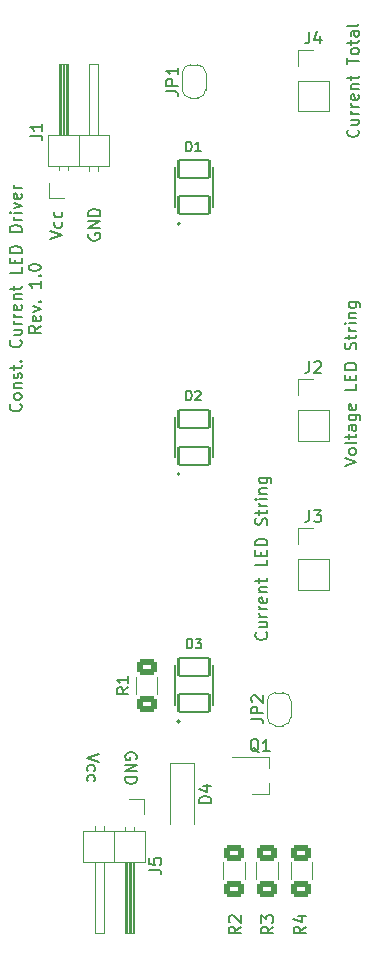
<source format=gto>
G04 #@! TF.GenerationSoftware,KiCad,Pcbnew,6.0.11-2627ca5db0~126~ubuntu22.04.1*
G04 #@! TF.CreationDate,2023-11-05T13:12:04+01:00*
G04 #@! TF.ProjectId,CC_LED_Driver,43435f4c-4544-45f4-9472-697665722e6b,rev?*
G04 #@! TF.SameCoordinates,Original*
G04 #@! TF.FileFunction,Legend,Top*
G04 #@! TF.FilePolarity,Positive*
%FSLAX46Y46*%
G04 Gerber Fmt 4.6, Leading zero omitted, Abs format (unit mm)*
G04 Created by KiCad (PCBNEW 6.0.11-2627ca5db0~126~ubuntu22.04.1) date 2023-11-05 13:12:04*
%MOMM*%
%LPD*%
G01*
G04 APERTURE LIST*
G04 Aperture macros list*
%AMRoundRect*
0 Rectangle with rounded corners*
0 $1 Rounding radius*
0 $2 $3 $4 $5 $6 $7 $8 $9 X,Y pos of 4 corners*
0 Add a 4 corners polygon primitive as box body*
4,1,4,$2,$3,$4,$5,$6,$7,$8,$9,$2,$3,0*
0 Add four circle primitives for the rounded corners*
1,1,$1+$1,$2,$3*
1,1,$1+$1,$4,$5*
1,1,$1+$1,$6,$7*
1,1,$1+$1,$8,$9*
0 Add four rect primitives between the rounded corners*
20,1,$1+$1,$2,$3,$4,$5,0*
20,1,$1+$1,$4,$5,$6,$7,0*
20,1,$1+$1,$6,$7,$8,$9,0*
20,1,$1+$1,$8,$9,$2,$3,0*%
%AMFreePoly0*
4,1,22,0.500000,-0.750000,0.000000,-0.750000,0.000000,-0.745033,-0.079941,-0.743568,-0.215256,-0.701293,-0.333266,-0.622738,-0.424486,-0.514219,-0.481581,-0.384460,-0.499164,-0.250000,-0.500000,-0.250000,-0.500000,0.250000,-0.499164,0.250000,-0.499963,0.256109,-0.478152,0.396186,-0.417904,0.524511,-0.324060,0.630769,-0.204165,0.706417,-0.067858,0.745374,0.000000,0.744959,0.000000,0.750000,
0.500000,0.750000,0.500000,-0.750000,0.500000,-0.750000,$1*%
%AMFreePoly1*
4,1,20,0.000000,0.744959,0.073905,0.744508,0.209726,0.703889,0.328688,0.626782,0.421226,0.519385,0.479903,0.390333,0.500000,0.250000,0.500000,-0.250000,0.499851,-0.262216,0.476331,-0.402017,0.414519,-0.529596,0.319384,-0.634700,0.198574,-0.708877,0.061801,-0.746166,0.000000,-0.745033,0.000000,-0.750000,-0.500000,-0.750000,-0.500000,0.750000,0.000000,0.750000,0.000000,0.744959,
0.000000,0.744959,$1*%
G04 Aperture macros list end*
%ADD10C,0.150000*%
%ADD11C,0.120000*%
%ADD12C,0.127000*%
%ADD13C,0.200000*%
%ADD14RoundRect,0.250000X-0.625000X0.400000X-0.625000X-0.400000X0.625000X-0.400000X0.625000X0.400000X0*%
%ADD15R,1.700000X1.700000*%
%ADD16O,1.700000X1.700000*%
%ADD17FreePoly0,90.000000*%
%ADD18FreePoly1,90.000000*%
%ADD19R,1.900000X0.800000*%
%ADD20RoundRect,0.102000X1.300000X-0.750000X1.300000X0.750000X-1.300000X0.750000X-1.300000X-0.750000X0*%
%ADD21R,1.200000X1.300000*%
G04 APERTURE END LIST*
D10*
X120610000Y-130238095D02*
X120657619Y-130142857D01*
X120657619Y-130000000D01*
X120610000Y-129857142D01*
X120514761Y-129761904D01*
X120419523Y-129714285D01*
X120229047Y-129666666D01*
X120086190Y-129666666D01*
X119895714Y-129714285D01*
X119800476Y-129761904D01*
X119705238Y-129857142D01*
X119657619Y-130000000D01*
X119657619Y-130095238D01*
X119705238Y-130238095D01*
X119752857Y-130285714D01*
X120086190Y-130285714D01*
X120086190Y-130095238D01*
X119657619Y-130714285D02*
X120657619Y-130714285D01*
X119657619Y-131285714D01*
X120657619Y-131285714D01*
X119657619Y-131761904D02*
X120657619Y-131761904D01*
X120657619Y-132000000D01*
X120610000Y-132142857D01*
X120514761Y-132238095D01*
X120419523Y-132285714D01*
X120229047Y-132333333D01*
X120086190Y-132333333D01*
X119895714Y-132285714D01*
X119800476Y-132238095D01*
X119705238Y-132142857D01*
X119657619Y-132000000D01*
X119657619Y-131761904D01*
X117437619Y-129809523D02*
X116437619Y-130142857D01*
X117437619Y-130476190D01*
X116485238Y-131238095D02*
X116437619Y-131142857D01*
X116437619Y-130952380D01*
X116485238Y-130857142D01*
X116532857Y-130809523D01*
X116628095Y-130761904D01*
X116913809Y-130761904D01*
X117009047Y-130809523D01*
X117056666Y-130857142D01*
X117104285Y-130952380D01*
X117104285Y-131142857D01*
X117056666Y-131238095D01*
X116485238Y-132095238D02*
X116437619Y-132000000D01*
X116437619Y-131809523D01*
X116485238Y-131714285D01*
X116532857Y-131666666D01*
X116628095Y-131619047D01*
X116913809Y-131619047D01*
X117009047Y-131666666D01*
X117056666Y-131714285D01*
X117104285Y-131809523D01*
X117104285Y-132000000D01*
X117056666Y-132095238D01*
X139357142Y-76942857D02*
X139404761Y-76990476D01*
X139452380Y-77133333D01*
X139452380Y-77228571D01*
X139404761Y-77371428D01*
X139309523Y-77466666D01*
X139214285Y-77514285D01*
X139023809Y-77561904D01*
X138880952Y-77561904D01*
X138690476Y-77514285D01*
X138595238Y-77466666D01*
X138500000Y-77371428D01*
X138452380Y-77228571D01*
X138452380Y-77133333D01*
X138500000Y-76990476D01*
X138547619Y-76942857D01*
X138785714Y-76085714D02*
X139452380Y-76085714D01*
X138785714Y-76514285D02*
X139309523Y-76514285D01*
X139404761Y-76466666D01*
X139452380Y-76371428D01*
X139452380Y-76228571D01*
X139404761Y-76133333D01*
X139357142Y-76085714D01*
X139452380Y-75609523D02*
X138785714Y-75609523D01*
X138976190Y-75609523D02*
X138880952Y-75561904D01*
X138833333Y-75514285D01*
X138785714Y-75419047D01*
X138785714Y-75323809D01*
X139452380Y-74990476D02*
X138785714Y-74990476D01*
X138976190Y-74990476D02*
X138880952Y-74942857D01*
X138833333Y-74895238D01*
X138785714Y-74800000D01*
X138785714Y-74704761D01*
X139404761Y-73990476D02*
X139452380Y-74085714D01*
X139452380Y-74276190D01*
X139404761Y-74371428D01*
X139309523Y-74419047D01*
X138928571Y-74419047D01*
X138833333Y-74371428D01*
X138785714Y-74276190D01*
X138785714Y-74085714D01*
X138833333Y-73990476D01*
X138928571Y-73942857D01*
X139023809Y-73942857D01*
X139119047Y-74419047D01*
X138785714Y-73514285D02*
X139452380Y-73514285D01*
X138880952Y-73514285D02*
X138833333Y-73466666D01*
X138785714Y-73371428D01*
X138785714Y-73228571D01*
X138833333Y-73133333D01*
X138928571Y-73085714D01*
X139452380Y-73085714D01*
X138785714Y-72752380D02*
X138785714Y-72371428D01*
X138452380Y-72609523D02*
X139309523Y-72609523D01*
X139404761Y-72561904D01*
X139452380Y-72466666D01*
X139452380Y-72371428D01*
X138452380Y-71419047D02*
X138452380Y-70847619D01*
X139452380Y-71133333D02*
X138452380Y-71133333D01*
X139452380Y-70371428D02*
X139404761Y-70466666D01*
X139357142Y-70514285D01*
X139261904Y-70561904D01*
X138976190Y-70561904D01*
X138880952Y-70514285D01*
X138833333Y-70466666D01*
X138785714Y-70371428D01*
X138785714Y-70228571D01*
X138833333Y-70133333D01*
X138880952Y-70085714D01*
X138976190Y-70038095D01*
X139261904Y-70038095D01*
X139357142Y-70085714D01*
X139404761Y-70133333D01*
X139452380Y-70228571D01*
X139452380Y-70371428D01*
X138785714Y-69752380D02*
X138785714Y-69371428D01*
X138452380Y-69609523D02*
X139309523Y-69609523D01*
X139404761Y-69561904D01*
X139452380Y-69466666D01*
X139452380Y-69371428D01*
X139452380Y-68609523D02*
X138928571Y-68609523D01*
X138833333Y-68657142D01*
X138785714Y-68752380D01*
X138785714Y-68942857D01*
X138833333Y-69038095D01*
X139404761Y-68609523D02*
X139452380Y-68704761D01*
X139452380Y-68942857D01*
X139404761Y-69038095D01*
X139309523Y-69085714D01*
X139214285Y-69085714D01*
X139119047Y-69038095D01*
X139071428Y-68942857D01*
X139071428Y-68704761D01*
X139023809Y-68609523D01*
X139452380Y-67990476D02*
X139404761Y-68085714D01*
X139309523Y-68133333D01*
X138452380Y-68133333D01*
X113342380Y-86190476D02*
X114342380Y-85857142D01*
X113342380Y-85523809D01*
X114294761Y-84761904D02*
X114342380Y-84857142D01*
X114342380Y-85047619D01*
X114294761Y-85142857D01*
X114247142Y-85190476D01*
X114151904Y-85238095D01*
X113866190Y-85238095D01*
X113770952Y-85190476D01*
X113723333Y-85142857D01*
X113675714Y-85047619D01*
X113675714Y-84857142D01*
X113723333Y-84761904D01*
X114294761Y-83904761D02*
X114342380Y-84000000D01*
X114342380Y-84190476D01*
X114294761Y-84285714D01*
X114247142Y-84333333D01*
X114151904Y-84380952D01*
X113866190Y-84380952D01*
X113770952Y-84333333D01*
X113723333Y-84285714D01*
X113675714Y-84190476D01*
X113675714Y-84000000D01*
X113723333Y-83904761D01*
X116610000Y-85761904D02*
X116562380Y-85857142D01*
X116562380Y-86000000D01*
X116610000Y-86142857D01*
X116705238Y-86238095D01*
X116800476Y-86285714D01*
X116990952Y-86333333D01*
X117133809Y-86333333D01*
X117324285Y-86285714D01*
X117419523Y-86238095D01*
X117514761Y-86142857D01*
X117562380Y-86000000D01*
X117562380Y-85904761D01*
X117514761Y-85761904D01*
X117467142Y-85714285D01*
X117133809Y-85714285D01*
X117133809Y-85904761D01*
X117562380Y-85285714D02*
X116562380Y-85285714D01*
X117562380Y-84714285D01*
X116562380Y-84714285D01*
X117562380Y-84238095D02*
X116562380Y-84238095D01*
X116562380Y-84000000D01*
X116610000Y-83857142D01*
X116705238Y-83761904D01*
X116800476Y-83714285D01*
X116990952Y-83666666D01*
X117133809Y-83666666D01*
X117324285Y-83714285D01*
X117419523Y-83761904D01*
X117514761Y-83857142D01*
X117562380Y-84000000D01*
X117562380Y-84238095D01*
X110802142Y-100178571D02*
X110849761Y-100226190D01*
X110897380Y-100369047D01*
X110897380Y-100464285D01*
X110849761Y-100607142D01*
X110754523Y-100702380D01*
X110659285Y-100750000D01*
X110468809Y-100797619D01*
X110325952Y-100797619D01*
X110135476Y-100750000D01*
X110040238Y-100702380D01*
X109945000Y-100607142D01*
X109897380Y-100464285D01*
X109897380Y-100369047D01*
X109945000Y-100226190D01*
X109992619Y-100178571D01*
X110897380Y-99607142D02*
X110849761Y-99702380D01*
X110802142Y-99750000D01*
X110706904Y-99797619D01*
X110421190Y-99797619D01*
X110325952Y-99750000D01*
X110278333Y-99702380D01*
X110230714Y-99607142D01*
X110230714Y-99464285D01*
X110278333Y-99369047D01*
X110325952Y-99321428D01*
X110421190Y-99273809D01*
X110706904Y-99273809D01*
X110802142Y-99321428D01*
X110849761Y-99369047D01*
X110897380Y-99464285D01*
X110897380Y-99607142D01*
X110230714Y-98845238D02*
X110897380Y-98845238D01*
X110325952Y-98845238D02*
X110278333Y-98797619D01*
X110230714Y-98702380D01*
X110230714Y-98559523D01*
X110278333Y-98464285D01*
X110373571Y-98416666D01*
X110897380Y-98416666D01*
X110849761Y-97988095D02*
X110897380Y-97892857D01*
X110897380Y-97702380D01*
X110849761Y-97607142D01*
X110754523Y-97559523D01*
X110706904Y-97559523D01*
X110611666Y-97607142D01*
X110564047Y-97702380D01*
X110564047Y-97845238D01*
X110516428Y-97940476D01*
X110421190Y-97988095D01*
X110373571Y-97988095D01*
X110278333Y-97940476D01*
X110230714Y-97845238D01*
X110230714Y-97702380D01*
X110278333Y-97607142D01*
X110230714Y-97273809D02*
X110230714Y-96892857D01*
X109897380Y-97130952D02*
X110754523Y-97130952D01*
X110849761Y-97083333D01*
X110897380Y-96988095D01*
X110897380Y-96892857D01*
X110802142Y-96559523D02*
X110849761Y-96511904D01*
X110897380Y-96559523D01*
X110849761Y-96607142D01*
X110802142Y-96559523D01*
X110897380Y-96559523D01*
X110802142Y-94750000D02*
X110849761Y-94797619D01*
X110897380Y-94940476D01*
X110897380Y-95035714D01*
X110849761Y-95178571D01*
X110754523Y-95273809D01*
X110659285Y-95321428D01*
X110468809Y-95369047D01*
X110325952Y-95369047D01*
X110135476Y-95321428D01*
X110040238Y-95273809D01*
X109945000Y-95178571D01*
X109897380Y-95035714D01*
X109897380Y-94940476D01*
X109945000Y-94797619D01*
X109992619Y-94750000D01*
X110230714Y-93892857D02*
X110897380Y-93892857D01*
X110230714Y-94321428D02*
X110754523Y-94321428D01*
X110849761Y-94273809D01*
X110897380Y-94178571D01*
X110897380Y-94035714D01*
X110849761Y-93940476D01*
X110802142Y-93892857D01*
X110897380Y-93416666D02*
X110230714Y-93416666D01*
X110421190Y-93416666D02*
X110325952Y-93369047D01*
X110278333Y-93321428D01*
X110230714Y-93226190D01*
X110230714Y-93130952D01*
X110897380Y-92797619D02*
X110230714Y-92797619D01*
X110421190Y-92797619D02*
X110325952Y-92750000D01*
X110278333Y-92702380D01*
X110230714Y-92607142D01*
X110230714Y-92511904D01*
X110849761Y-91797619D02*
X110897380Y-91892857D01*
X110897380Y-92083333D01*
X110849761Y-92178571D01*
X110754523Y-92226190D01*
X110373571Y-92226190D01*
X110278333Y-92178571D01*
X110230714Y-92083333D01*
X110230714Y-91892857D01*
X110278333Y-91797619D01*
X110373571Y-91750000D01*
X110468809Y-91750000D01*
X110564047Y-92226190D01*
X110230714Y-91321428D02*
X110897380Y-91321428D01*
X110325952Y-91321428D02*
X110278333Y-91273809D01*
X110230714Y-91178571D01*
X110230714Y-91035714D01*
X110278333Y-90940476D01*
X110373571Y-90892857D01*
X110897380Y-90892857D01*
X110230714Y-90559523D02*
X110230714Y-90178571D01*
X109897380Y-90416666D02*
X110754523Y-90416666D01*
X110849761Y-90369047D01*
X110897380Y-90273809D01*
X110897380Y-90178571D01*
X110897380Y-88607142D02*
X110897380Y-89083333D01*
X109897380Y-89083333D01*
X110373571Y-88273809D02*
X110373571Y-87940476D01*
X110897380Y-87797619D02*
X110897380Y-88273809D01*
X109897380Y-88273809D01*
X109897380Y-87797619D01*
X110897380Y-87369047D02*
X109897380Y-87369047D01*
X109897380Y-87130952D01*
X109945000Y-86988095D01*
X110040238Y-86892857D01*
X110135476Y-86845238D01*
X110325952Y-86797619D01*
X110468809Y-86797619D01*
X110659285Y-86845238D01*
X110754523Y-86892857D01*
X110849761Y-86988095D01*
X110897380Y-87130952D01*
X110897380Y-87369047D01*
X110897380Y-85607142D02*
X109897380Y-85607142D01*
X109897380Y-85369047D01*
X109945000Y-85226190D01*
X110040238Y-85130952D01*
X110135476Y-85083333D01*
X110325952Y-85035714D01*
X110468809Y-85035714D01*
X110659285Y-85083333D01*
X110754523Y-85130952D01*
X110849761Y-85226190D01*
X110897380Y-85369047D01*
X110897380Y-85607142D01*
X110897380Y-84607142D02*
X110230714Y-84607142D01*
X110421190Y-84607142D02*
X110325952Y-84559523D01*
X110278333Y-84511904D01*
X110230714Y-84416666D01*
X110230714Y-84321428D01*
X110897380Y-83988095D02*
X110230714Y-83988095D01*
X109897380Y-83988095D02*
X109945000Y-84035714D01*
X109992619Y-83988095D01*
X109945000Y-83940476D01*
X109897380Y-83988095D01*
X109992619Y-83988095D01*
X110230714Y-83607142D02*
X110897380Y-83369047D01*
X110230714Y-83130952D01*
X110849761Y-82369047D02*
X110897380Y-82464285D01*
X110897380Y-82654761D01*
X110849761Y-82750000D01*
X110754523Y-82797619D01*
X110373571Y-82797619D01*
X110278333Y-82750000D01*
X110230714Y-82654761D01*
X110230714Y-82464285D01*
X110278333Y-82369047D01*
X110373571Y-82321428D01*
X110468809Y-82321428D01*
X110564047Y-82797619D01*
X110897380Y-81892857D02*
X110230714Y-81892857D01*
X110421190Y-81892857D02*
X110325952Y-81845238D01*
X110278333Y-81797619D01*
X110230714Y-81702380D01*
X110230714Y-81607142D01*
X112507380Y-93559523D02*
X112031190Y-93892857D01*
X112507380Y-94130952D02*
X111507380Y-94130952D01*
X111507380Y-93750000D01*
X111555000Y-93654761D01*
X111602619Y-93607142D01*
X111697857Y-93559523D01*
X111840714Y-93559523D01*
X111935952Y-93607142D01*
X111983571Y-93654761D01*
X112031190Y-93750000D01*
X112031190Y-94130952D01*
X112459761Y-92750000D02*
X112507380Y-92845238D01*
X112507380Y-93035714D01*
X112459761Y-93130952D01*
X112364523Y-93178571D01*
X111983571Y-93178571D01*
X111888333Y-93130952D01*
X111840714Y-93035714D01*
X111840714Y-92845238D01*
X111888333Y-92750000D01*
X111983571Y-92702380D01*
X112078809Y-92702380D01*
X112174047Y-93178571D01*
X111840714Y-92369047D02*
X112507380Y-92130952D01*
X111840714Y-91892857D01*
X112412142Y-91511904D02*
X112459761Y-91464285D01*
X112507380Y-91511904D01*
X112459761Y-91559523D01*
X112412142Y-91511904D01*
X112507380Y-91511904D01*
X112507380Y-89750000D02*
X112507380Y-90321428D01*
X112507380Y-90035714D02*
X111507380Y-90035714D01*
X111650238Y-90130952D01*
X111745476Y-90226190D01*
X111793095Y-90321428D01*
X112412142Y-89321428D02*
X112459761Y-89273809D01*
X112507380Y-89321428D01*
X112459761Y-89369047D01*
X112412142Y-89321428D01*
X112507380Y-89321428D01*
X111507380Y-88654761D02*
X111507380Y-88559523D01*
X111555000Y-88464285D01*
X111602619Y-88416666D01*
X111697857Y-88369047D01*
X111888333Y-88321428D01*
X112126428Y-88321428D01*
X112316904Y-88369047D01*
X112412142Y-88416666D01*
X112459761Y-88464285D01*
X112507380Y-88559523D01*
X112507380Y-88654761D01*
X112459761Y-88750000D01*
X112412142Y-88797619D01*
X112316904Y-88845238D01*
X112126428Y-88892857D01*
X111888333Y-88892857D01*
X111697857Y-88845238D01*
X111602619Y-88797619D01*
X111555000Y-88750000D01*
X111507380Y-88654761D01*
X131607142Y-119511904D02*
X131654761Y-119559523D01*
X131702380Y-119702380D01*
X131702380Y-119797619D01*
X131654761Y-119940476D01*
X131559523Y-120035714D01*
X131464285Y-120083333D01*
X131273809Y-120130952D01*
X131130952Y-120130952D01*
X130940476Y-120083333D01*
X130845238Y-120035714D01*
X130750000Y-119940476D01*
X130702380Y-119797619D01*
X130702380Y-119702380D01*
X130750000Y-119559523D01*
X130797619Y-119511904D01*
X131035714Y-118654761D02*
X131702380Y-118654761D01*
X131035714Y-119083333D02*
X131559523Y-119083333D01*
X131654761Y-119035714D01*
X131702380Y-118940476D01*
X131702380Y-118797619D01*
X131654761Y-118702380D01*
X131607142Y-118654761D01*
X131702380Y-118178571D02*
X131035714Y-118178571D01*
X131226190Y-118178571D02*
X131130952Y-118130952D01*
X131083333Y-118083333D01*
X131035714Y-117988095D01*
X131035714Y-117892857D01*
X131702380Y-117559523D02*
X131035714Y-117559523D01*
X131226190Y-117559523D02*
X131130952Y-117511904D01*
X131083333Y-117464285D01*
X131035714Y-117369047D01*
X131035714Y-117273809D01*
X131654761Y-116559523D02*
X131702380Y-116654761D01*
X131702380Y-116845238D01*
X131654761Y-116940476D01*
X131559523Y-116988095D01*
X131178571Y-116988095D01*
X131083333Y-116940476D01*
X131035714Y-116845238D01*
X131035714Y-116654761D01*
X131083333Y-116559523D01*
X131178571Y-116511904D01*
X131273809Y-116511904D01*
X131369047Y-116988095D01*
X131035714Y-116083333D02*
X131702380Y-116083333D01*
X131130952Y-116083333D02*
X131083333Y-116035714D01*
X131035714Y-115940476D01*
X131035714Y-115797619D01*
X131083333Y-115702380D01*
X131178571Y-115654761D01*
X131702380Y-115654761D01*
X131035714Y-115321428D02*
X131035714Y-114940476D01*
X130702380Y-115178571D02*
X131559523Y-115178571D01*
X131654761Y-115130952D01*
X131702380Y-115035714D01*
X131702380Y-114940476D01*
X131702380Y-113369047D02*
X131702380Y-113845238D01*
X130702380Y-113845238D01*
X131178571Y-113035714D02*
X131178571Y-112702380D01*
X131702380Y-112559523D02*
X131702380Y-113035714D01*
X130702380Y-113035714D01*
X130702380Y-112559523D01*
X131702380Y-112130952D02*
X130702380Y-112130952D01*
X130702380Y-111892857D01*
X130750000Y-111750000D01*
X130845238Y-111654761D01*
X130940476Y-111607142D01*
X131130952Y-111559523D01*
X131273809Y-111559523D01*
X131464285Y-111607142D01*
X131559523Y-111654761D01*
X131654761Y-111750000D01*
X131702380Y-111892857D01*
X131702380Y-112130952D01*
X131654761Y-110416666D02*
X131702380Y-110273809D01*
X131702380Y-110035714D01*
X131654761Y-109940476D01*
X131607142Y-109892857D01*
X131511904Y-109845238D01*
X131416666Y-109845238D01*
X131321428Y-109892857D01*
X131273809Y-109940476D01*
X131226190Y-110035714D01*
X131178571Y-110226190D01*
X131130952Y-110321428D01*
X131083333Y-110369047D01*
X130988095Y-110416666D01*
X130892857Y-110416666D01*
X130797619Y-110369047D01*
X130750000Y-110321428D01*
X130702380Y-110226190D01*
X130702380Y-109988095D01*
X130750000Y-109845238D01*
X131035714Y-109559523D02*
X131035714Y-109178571D01*
X130702380Y-109416666D02*
X131559523Y-109416666D01*
X131654761Y-109369047D01*
X131702380Y-109273809D01*
X131702380Y-109178571D01*
X131702380Y-108845238D02*
X131035714Y-108845238D01*
X131226190Y-108845238D02*
X131130952Y-108797619D01*
X131083333Y-108750000D01*
X131035714Y-108654761D01*
X131035714Y-108559523D01*
X131702380Y-108226190D02*
X131035714Y-108226190D01*
X130702380Y-108226190D02*
X130750000Y-108273809D01*
X130797619Y-108226190D01*
X130750000Y-108178571D01*
X130702380Y-108226190D01*
X130797619Y-108226190D01*
X131035714Y-107750000D02*
X131702380Y-107750000D01*
X131130952Y-107750000D02*
X131083333Y-107702380D01*
X131035714Y-107607142D01*
X131035714Y-107464285D01*
X131083333Y-107369047D01*
X131178571Y-107321428D01*
X131702380Y-107321428D01*
X131035714Y-106416666D02*
X131845238Y-106416666D01*
X131940476Y-106464285D01*
X131988095Y-106511904D01*
X132035714Y-106607142D01*
X132035714Y-106750000D01*
X131988095Y-106845238D01*
X131654761Y-106416666D02*
X131702380Y-106511904D01*
X131702380Y-106702380D01*
X131654761Y-106797619D01*
X131607142Y-106845238D01*
X131511904Y-106892857D01*
X131226190Y-106892857D01*
X131130952Y-106845238D01*
X131083333Y-106797619D01*
X131035714Y-106702380D01*
X131035714Y-106511904D01*
X131083333Y-106416666D01*
X138252380Y-105400000D02*
X139252380Y-105066666D01*
X138252380Y-104733333D01*
X139252380Y-104257142D02*
X139204761Y-104352380D01*
X139157142Y-104400000D01*
X139061904Y-104447619D01*
X138776190Y-104447619D01*
X138680952Y-104400000D01*
X138633333Y-104352380D01*
X138585714Y-104257142D01*
X138585714Y-104114285D01*
X138633333Y-104019047D01*
X138680952Y-103971428D01*
X138776190Y-103923809D01*
X139061904Y-103923809D01*
X139157142Y-103971428D01*
X139204761Y-104019047D01*
X139252380Y-104114285D01*
X139252380Y-104257142D01*
X139252380Y-103352380D02*
X139204761Y-103447619D01*
X139109523Y-103495238D01*
X138252380Y-103495238D01*
X138585714Y-103114285D02*
X138585714Y-102733333D01*
X138252380Y-102971428D02*
X139109523Y-102971428D01*
X139204761Y-102923809D01*
X139252380Y-102828571D01*
X139252380Y-102733333D01*
X139252380Y-101971428D02*
X138728571Y-101971428D01*
X138633333Y-102019047D01*
X138585714Y-102114285D01*
X138585714Y-102304761D01*
X138633333Y-102400000D01*
X139204761Y-101971428D02*
X139252380Y-102066666D01*
X139252380Y-102304761D01*
X139204761Y-102400000D01*
X139109523Y-102447619D01*
X139014285Y-102447619D01*
X138919047Y-102400000D01*
X138871428Y-102304761D01*
X138871428Y-102066666D01*
X138823809Y-101971428D01*
X138585714Y-101066666D02*
X139395238Y-101066666D01*
X139490476Y-101114285D01*
X139538095Y-101161904D01*
X139585714Y-101257142D01*
X139585714Y-101400000D01*
X139538095Y-101495238D01*
X139204761Y-101066666D02*
X139252380Y-101161904D01*
X139252380Y-101352380D01*
X139204761Y-101447619D01*
X139157142Y-101495238D01*
X139061904Y-101542857D01*
X138776190Y-101542857D01*
X138680952Y-101495238D01*
X138633333Y-101447619D01*
X138585714Y-101352380D01*
X138585714Y-101161904D01*
X138633333Y-101066666D01*
X139204761Y-100209523D02*
X139252380Y-100304761D01*
X139252380Y-100495238D01*
X139204761Y-100590476D01*
X139109523Y-100638095D01*
X138728571Y-100638095D01*
X138633333Y-100590476D01*
X138585714Y-100495238D01*
X138585714Y-100304761D01*
X138633333Y-100209523D01*
X138728571Y-100161904D01*
X138823809Y-100161904D01*
X138919047Y-100638095D01*
X139252380Y-98495238D02*
X139252380Y-98971428D01*
X138252380Y-98971428D01*
X138728571Y-98161904D02*
X138728571Y-97828571D01*
X139252380Y-97685714D02*
X139252380Y-98161904D01*
X138252380Y-98161904D01*
X138252380Y-97685714D01*
X139252380Y-97257142D02*
X138252380Y-97257142D01*
X138252380Y-97019047D01*
X138300000Y-96876190D01*
X138395238Y-96780952D01*
X138490476Y-96733333D01*
X138680952Y-96685714D01*
X138823809Y-96685714D01*
X139014285Y-96733333D01*
X139109523Y-96780952D01*
X139204761Y-96876190D01*
X139252380Y-97019047D01*
X139252380Y-97257142D01*
X139204761Y-95542857D02*
X139252380Y-95400000D01*
X139252380Y-95161904D01*
X139204761Y-95066666D01*
X139157142Y-95019047D01*
X139061904Y-94971428D01*
X138966666Y-94971428D01*
X138871428Y-95019047D01*
X138823809Y-95066666D01*
X138776190Y-95161904D01*
X138728571Y-95352380D01*
X138680952Y-95447619D01*
X138633333Y-95495238D01*
X138538095Y-95542857D01*
X138442857Y-95542857D01*
X138347619Y-95495238D01*
X138300000Y-95447619D01*
X138252380Y-95352380D01*
X138252380Y-95114285D01*
X138300000Y-94971428D01*
X138585714Y-94685714D02*
X138585714Y-94304761D01*
X138252380Y-94542857D02*
X139109523Y-94542857D01*
X139204761Y-94495238D01*
X139252380Y-94400000D01*
X139252380Y-94304761D01*
X139252380Y-93971428D02*
X138585714Y-93971428D01*
X138776190Y-93971428D02*
X138680952Y-93923809D01*
X138633333Y-93876190D01*
X138585714Y-93780952D01*
X138585714Y-93685714D01*
X139252380Y-93352380D02*
X138585714Y-93352380D01*
X138252380Y-93352380D02*
X138300000Y-93400000D01*
X138347619Y-93352380D01*
X138300000Y-93304761D01*
X138252380Y-93352380D01*
X138347619Y-93352380D01*
X138585714Y-92876190D02*
X139252380Y-92876190D01*
X138680952Y-92876190D02*
X138633333Y-92828571D01*
X138585714Y-92733333D01*
X138585714Y-92590476D01*
X138633333Y-92495238D01*
X138728571Y-92447619D01*
X139252380Y-92447619D01*
X138585714Y-91542857D02*
X139395238Y-91542857D01*
X139490476Y-91590476D01*
X139538095Y-91638095D01*
X139585714Y-91733333D01*
X139585714Y-91876190D01*
X139538095Y-91971428D01*
X139204761Y-91542857D02*
X139252380Y-91638095D01*
X139252380Y-91828571D01*
X139204761Y-91923809D01*
X139157142Y-91971428D01*
X139061904Y-92019047D01*
X138776190Y-92019047D01*
X138680952Y-91971428D01*
X138633333Y-91923809D01*
X138585714Y-91828571D01*
X138585714Y-91638095D01*
X138633333Y-91542857D01*
X129452380Y-144416666D02*
X128976190Y-144750000D01*
X129452380Y-144988095D02*
X128452380Y-144988095D01*
X128452380Y-144607142D01*
X128500000Y-144511904D01*
X128547619Y-144464285D01*
X128642857Y-144416666D01*
X128785714Y-144416666D01*
X128880952Y-144464285D01*
X128928571Y-144511904D01*
X128976190Y-144607142D01*
X128976190Y-144988095D01*
X128547619Y-144035714D02*
X128500000Y-143988095D01*
X128452380Y-143892857D01*
X128452380Y-143654761D01*
X128500000Y-143559523D01*
X128547619Y-143511904D01*
X128642857Y-143464285D01*
X128738095Y-143464285D01*
X128880952Y-143511904D01*
X129452380Y-144083333D01*
X129452380Y-143464285D01*
X135266666Y-109147380D02*
X135266666Y-109861666D01*
X135219047Y-110004523D01*
X135123809Y-110099761D01*
X134980952Y-110147380D01*
X134885714Y-110147380D01*
X135647619Y-109147380D02*
X136266666Y-109147380D01*
X135933333Y-109528333D01*
X136076190Y-109528333D01*
X136171428Y-109575952D01*
X136219047Y-109623571D01*
X136266666Y-109718809D01*
X136266666Y-109956904D01*
X136219047Y-110052142D01*
X136171428Y-110099761D01*
X136076190Y-110147380D01*
X135790476Y-110147380D01*
X135695238Y-110099761D01*
X135647619Y-110052142D01*
X111657380Y-77448333D02*
X112371666Y-77448333D01*
X112514523Y-77495952D01*
X112609761Y-77591190D01*
X112657380Y-77734047D01*
X112657380Y-77829285D01*
X112657380Y-76448333D02*
X112657380Y-77019761D01*
X112657380Y-76734047D02*
X111657380Y-76734047D01*
X111800238Y-76829285D01*
X111895476Y-76924523D01*
X111943095Y-77019761D01*
X123152380Y-73683334D02*
X123866666Y-73683334D01*
X124009523Y-73730953D01*
X124104761Y-73826191D01*
X124152380Y-73969048D01*
X124152380Y-74064286D01*
X124152380Y-73207143D02*
X123152380Y-73207143D01*
X123152380Y-72826191D01*
X123200000Y-72730953D01*
X123247619Y-72683334D01*
X123342857Y-72635715D01*
X123485714Y-72635715D01*
X123580952Y-72683334D01*
X123628571Y-72730953D01*
X123676190Y-72826191D01*
X123676190Y-73207143D01*
X124152380Y-71683334D02*
X124152380Y-72254762D01*
X124152380Y-71969048D02*
X123152380Y-71969048D01*
X123295238Y-72064286D01*
X123390476Y-72159524D01*
X123438095Y-72254762D01*
X131004761Y-129647619D02*
X130909523Y-129600000D01*
X130814285Y-129504761D01*
X130671428Y-129361904D01*
X130576190Y-129314285D01*
X130480952Y-129314285D01*
X130528571Y-129552380D02*
X130433333Y-129504761D01*
X130338095Y-129409523D01*
X130290476Y-129219047D01*
X130290476Y-128885714D01*
X130338095Y-128695238D01*
X130433333Y-128600000D01*
X130528571Y-128552380D01*
X130719047Y-128552380D01*
X130814285Y-128600000D01*
X130909523Y-128695238D01*
X130957142Y-128885714D01*
X130957142Y-129219047D01*
X130909523Y-129409523D01*
X130814285Y-129504761D01*
X130719047Y-129552380D01*
X130528571Y-129552380D01*
X131909523Y-129552380D02*
X131338095Y-129552380D01*
X131623809Y-129552380D02*
X131623809Y-128552380D01*
X131528571Y-128695238D01*
X131433333Y-128790476D01*
X131338095Y-128838095D01*
X124859523Y-78761904D02*
X124859523Y-77961904D01*
X125050000Y-77961904D01*
X125164285Y-78000000D01*
X125240476Y-78076190D01*
X125278571Y-78152380D01*
X125316666Y-78304761D01*
X125316666Y-78419047D01*
X125278571Y-78571428D01*
X125240476Y-78647619D01*
X125164285Y-78723809D01*
X125050000Y-78761904D01*
X124859523Y-78761904D01*
X126078571Y-78761904D02*
X125621428Y-78761904D01*
X125850000Y-78761904D02*
X125850000Y-77961904D01*
X125773809Y-78076190D01*
X125697619Y-78152380D01*
X125621428Y-78190476D01*
X132202380Y-144416666D02*
X131726190Y-144750000D01*
X132202380Y-144988095D02*
X131202380Y-144988095D01*
X131202380Y-144607142D01*
X131250000Y-144511904D01*
X131297619Y-144464285D01*
X131392857Y-144416666D01*
X131535714Y-144416666D01*
X131630952Y-144464285D01*
X131678571Y-144511904D01*
X131726190Y-144607142D01*
X131726190Y-144988095D01*
X131202380Y-144083333D02*
X131202380Y-143464285D01*
X131583333Y-143797619D01*
X131583333Y-143654761D01*
X131630952Y-143559523D01*
X131678571Y-143511904D01*
X131773809Y-143464285D01*
X132011904Y-143464285D01*
X132107142Y-143511904D01*
X132154761Y-143559523D01*
X132202380Y-143654761D01*
X132202380Y-143940476D01*
X132154761Y-144035714D01*
X132107142Y-144083333D01*
X124859523Y-99861904D02*
X124859523Y-99061904D01*
X125050000Y-99061904D01*
X125164285Y-99100000D01*
X125240476Y-99176190D01*
X125278571Y-99252380D01*
X125316666Y-99404761D01*
X125316666Y-99519047D01*
X125278571Y-99671428D01*
X125240476Y-99747619D01*
X125164285Y-99823809D01*
X125050000Y-99861904D01*
X124859523Y-99861904D01*
X125621428Y-99138095D02*
X125659523Y-99100000D01*
X125735714Y-99061904D01*
X125926190Y-99061904D01*
X126002380Y-99100000D01*
X126040476Y-99138095D01*
X126078571Y-99214285D01*
X126078571Y-99290476D01*
X126040476Y-99404761D01*
X125583333Y-99861904D01*
X126078571Y-99861904D01*
X121722380Y-139593333D02*
X122436666Y-139593333D01*
X122579523Y-139640952D01*
X122674761Y-139736190D01*
X122722380Y-139879047D01*
X122722380Y-139974285D01*
X121722380Y-138640952D02*
X121722380Y-139117142D01*
X122198571Y-139164761D01*
X122150952Y-139117142D01*
X122103333Y-139021904D01*
X122103333Y-138783809D01*
X122150952Y-138688571D01*
X122198571Y-138640952D01*
X122293809Y-138593333D01*
X122531904Y-138593333D01*
X122627142Y-138640952D01*
X122674761Y-138688571D01*
X122722380Y-138783809D01*
X122722380Y-139021904D01*
X122674761Y-139117142D01*
X122627142Y-139164761D01*
X124909523Y-120861904D02*
X124909523Y-120061904D01*
X125100000Y-120061904D01*
X125214285Y-120100000D01*
X125290476Y-120176190D01*
X125328571Y-120252380D01*
X125366666Y-120404761D01*
X125366666Y-120519047D01*
X125328571Y-120671428D01*
X125290476Y-120747619D01*
X125214285Y-120823809D01*
X125100000Y-120861904D01*
X124909523Y-120861904D01*
X125633333Y-120061904D02*
X126128571Y-120061904D01*
X125861904Y-120366666D01*
X125976190Y-120366666D01*
X126052380Y-120404761D01*
X126090476Y-120442857D01*
X126128571Y-120519047D01*
X126128571Y-120709523D01*
X126090476Y-120785714D01*
X126052380Y-120823809D01*
X125976190Y-120861904D01*
X125747619Y-120861904D01*
X125671428Y-120823809D01*
X125633333Y-120785714D01*
X126952380Y-133938095D02*
X125952380Y-133938095D01*
X125952380Y-133700000D01*
X126000000Y-133557142D01*
X126095238Y-133461904D01*
X126190476Y-133414285D01*
X126380952Y-133366666D01*
X126523809Y-133366666D01*
X126714285Y-133414285D01*
X126809523Y-133461904D01*
X126904761Y-133557142D01*
X126952380Y-133700000D01*
X126952380Y-133938095D01*
X126285714Y-132509523D02*
X126952380Y-132509523D01*
X125904761Y-132747619D02*
X126619047Y-132985714D01*
X126619047Y-132366666D01*
X130352380Y-126833333D02*
X131066666Y-126833333D01*
X131209523Y-126880952D01*
X131304761Y-126976190D01*
X131352380Y-127119047D01*
X131352380Y-127214285D01*
X131352380Y-126357142D02*
X130352380Y-126357142D01*
X130352380Y-125976190D01*
X130400000Y-125880952D01*
X130447619Y-125833333D01*
X130542857Y-125785714D01*
X130685714Y-125785714D01*
X130780952Y-125833333D01*
X130828571Y-125880952D01*
X130876190Y-125976190D01*
X130876190Y-126357142D01*
X130447619Y-125404761D02*
X130400000Y-125357142D01*
X130352380Y-125261904D01*
X130352380Y-125023809D01*
X130400000Y-124928571D01*
X130447619Y-124880952D01*
X130542857Y-124833333D01*
X130638095Y-124833333D01*
X130780952Y-124880952D01*
X131352380Y-125452380D01*
X131352380Y-124833333D01*
X134952380Y-144416666D02*
X134476190Y-144750000D01*
X134952380Y-144988095D02*
X133952380Y-144988095D01*
X133952380Y-144607142D01*
X134000000Y-144511904D01*
X134047619Y-144464285D01*
X134142857Y-144416666D01*
X134285714Y-144416666D01*
X134380952Y-144464285D01*
X134428571Y-144511904D01*
X134476190Y-144607142D01*
X134476190Y-144988095D01*
X134285714Y-143559523D02*
X134952380Y-143559523D01*
X133904761Y-143797619D02*
X134619047Y-144035714D01*
X134619047Y-143416666D01*
X119952380Y-124166666D02*
X119476190Y-124500000D01*
X119952380Y-124738095D02*
X118952380Y-124738095D01*
X118952380Y-124357142D01*
X119000000Y-124261904D01*
X119047619Y-124214285D01*
X119142857Y-124166666D01*
X119285714Y-124166666D01*
X119380952Y-124214285D01*
X119428571Y-124261904D01*
X119476190Y-124357142D01*
X119476190Y-124738095D01*
X119952380Y-123214285D02*
X119952380Y-123785714D01*
X119952380Y-123500000D02*
X118952380Y-123500000D01*
X119095238Y-123595238D01*
X119190476Y-123690476D01*
X119238095Y-123785714D01*
X135266666Y-68647380D02*
X135266666Y-69361666D01*
X135219047Y-69504523D01*
X135123809Y-69599761D01*
X134980952Y-69647380D01*
X134885714Y-69647380D01*
X136171428Y-68980714D02*
X136171428Y-69647380D01*
X135933333Y-68599761D02*
X135695238Y-69314047D01*
X136314285Y-69314047D01*
X135266666Y-96547380D02*
X135266666Y-97261666D01*
X135219047Y-97404523D01*
X135123809Y-97499761D01*
X134980952Y-97547380D01*
X134885714Y-97547380D01*
X135695238Y-96642619D02*
X135742857Y-96595000D01*
X135838095Y-96547380D01*
X136076190Y-96547380D01*
X136171428Y-96595000D01*
X136219047Y-96642619D01*
X136266666Y-96737857D01*
X136266666Y-96833095D01*
X136219047Y-96975952D01*
X135647619Y-97547380D01*
X136266666Y-97547380D01*
D11*
X127990000Y-138972936D02*
X127990000Y-140427064D01*
X129810000Y-138972936D02*
X129810000Y-140427064D01*
X134270000Y-113295000D02*
X136930000Y-113295000D01*
X134270000Y-112025000D02*
X134270000Y-110695000D01*
X134270000Y-113295000D02*
X134270000Y-115895000D01*
X134270000Y-110695000D02*
X135600000Y-110695000D01*
X136930000Y-113295000D02*
X136930000Y-115895000D01*
X134270000Y-115895000D02*
X136930000Y-115895000D01*
X114095000Y-77400000D02*
X114095000Y-71400000D01*
X118345000Y-77400000D02*
X113145000Y-77400000D01*
X115745000Y-80060000D02*
X115745000Y-77400000D01*
X117395000Y-71400000D02*
X117395000Y-77400000D01*
X114095000Y-80390000D02*
X114095000Y-80060000D01*
X114275000Y-77400000D02*
X114275000Y-71400000D01*
X114475000Y-82770000D02*
X113205000Y-82770000D01*
X116635000Y-71400000D02*
X117395000Y-71400000D01*
X114155000Y-77400000D02*
X114155000Y-71400000D01*
X114095000Y-71400000D02*
X114855000Y-71400000D01*
X114855000Y-71400000D02*
X114855000Y-77400000D01*
X114395000Y-77400000D02*
X114395000Y-71400000D01*
X114515000Y-77400000D02*
X114515000Y-71400000D01*
X114635000Y-77400000D02*
X114635000Y-71400000D01*
X113145000Y-80060000D02*
X118345000Y-80060000D01*
X118345000Y-80060000D02*
X118345000Y-77400000D01*
X116635000Y-80457071D02*
X116635000Y-80060000D01*
X117395000Y-80457071D02*
X117395000Y-80060000D01*
X114755000Y-77400000D02*
X114755000Y-71400000D01*
X113205000Y-82770000D02*
X113205000Y-81500000D01*
X116635000Y-77400000D02*
X116635000Y-71400000D01*
X114855000Y-80390000D02*
X114855000Y-80060000D01*
X113145000Y-77400000D02*
X113145000Y-80060000D01*
X125200000Y-71450001D02*
X125800000Y-71450001D01*
X125800000Y-74250001D02*
X125200000Y-74250001D01*
X126500000Y-72150001D02*
X126500000Y-73550001D01*
X124500000Y-73550001D02*
X124500000Y-72150001D01*
X124500000Y-73550001D02*
G75*
G03*
X125200000Y-74250001I699999J-1D01*
G01*
X125200000Y-71450001D02*
G75*
G03*
X124500000Y-72150001I0J-700000D01*
G01*
X126500000Y-72150001D02*
G75*
G03*
X125800000Y-71450001I-700000J0D01*
G01*
X125800000Y-74250001D02*
G75*
G03*
X126500000Y-73550001I1J699999D01*
G01*
X131860000Y-133180000D02*
X130400000Y-133180000D01*
X131860000Y-130020000D02*
X131860000Y-130950000D01*
X131860000Y-130020000D02*
X128700000Y-130020000D01*
X131860000Y-133180000D02*
X131860000Y-132250000D01*
D12*
X127120000Y-83500000D02*
X127120000Y-80100000D01*
X123880000Y-80100000D02*
X123880000Y-83500000D01*
D13*
X124300000Y-84900000D02*
G75*
G03*
X124300000Y-84900000I-100000J0D01*
G01*
D11*
X132610000Y-138972936D02*
X132610000Y-140427064D01*
X130790000Y-138972936D02*
X130790000Y-140427064D01*
D12*
X123880000Y-101300000D02*
X123880000Y-104700000D01*
X127120000Y-104700000D02*
X127120000Y-101300000D01*
D13*
X124300000Y-106100000D02*
G75*
G03*
X124300000Y-106100000I-100000J0D01*
G01*
D11*
X121270000Y-133605000D02*
X121270000Y-134875000D01*
X119620000Y-135985000D02*
X119620000Y-136315000D01*
X119620000Y-144975000D02*
X119620000Y-138975000D01*
X119720000Y-138975000D02*
X119720000Y-144975000D01*
X120320000Y-138975000D02*
X120320000Y-144975000D01*
X117080000Y-135917929D02*
X117080000Y-136315000D01*
X120380000Y-135985000D02*
X120380000Y-136315000D01*
X117840000Y-138975000D02*
X117840000Y-144975000D01*
X117840000Y-144975000D02*
X117080000Y-144975000D01*
X120380000Y-144975000D02*
X119620000Y-144975000D01*
X120380000Y-138975000D02*
X120380000Y-144975000D01*
X116130000Y-136315000D02*
X116130000Y-138975000D01*
X117080000Y-144975000D02*
X117080000Y-138975000D01*
X118730000Y-136315000D02*
X118730000Y-138975000D01*
X119960000Y-138975000D02*
X119960000Y-144975000D01*
X120200000Y-138975000D02*
X120200000Y-144975000D01*
X121330000Y-136315000D02*
X116130000Y-136315000D01*
X116130000Y-138975000D02*
X121330000Y-138975000D01*
X117840000Y-135917929D02*
X117840000Y-136315000D01*
X121330000Y-138975000D02*
X121330000Y-136315000D01*
X120080000Y-138975000D02*
X120080000Y-144975000D01*
X119840000Y-138975000D02*
X119840000Y-144975000D01*
X120000000Y-133605000D02*
X121270000Y-133605000D01*
D12*
X127120000Y-125650000D02*
X127120000Y-122250000D01*
X123880000Y-122250000D02*
X123880000Y-125650000D01*
D13*
X124300000Y-127050000D02*
G75*
G03*
X124300000Y-127050000I-100000J0D01*
G01*
D11*
X123500000Y-130600000D02*
X123500000Y-135700000D01*
X125500000Y-130600000D02*
X123500000Y-130600000D01*
X125500000Y-130600000D02*
X125500000Y-135700000D01*
X133700000Y-125300000D02*
X133700000Y-126700000D01*
X133000000Y-127400000D02*
X132400000Y-127400000D01*
X132400000Y-124600000D02*
X133000000Y-124600000D01*
X131700000Y-126700000D02*
X131700000Y-125300000D01*
X131700000Y-126700000D02*
G75*
G03*
X132400000Y-127400000I699999J-1D01*
G01*
X133700000Y-125300000D02*
G75*
G03*
X133000000Y-124600000I-700000J0D01*
G01*
X132400000Y-124600000D02*
G75*
G03*
X131700000Y-125300000I0J-700000D01*
G01*
X133000000Y-127400000D02*
G75*
G03*
X133700000Y-126700000I1J699999D01*
G01*
X135510000Y-138972936D02*
X135510000Y-140427064D01*
X133690000Y-138972936D02*
X133690000Y-140427064D01*
X120590000Y-123272936D02*
X120590000Y-124727064D01*
X122410000Y-123272936D02*
X122410000Y-124727064D01*
X134270000Y-75395000D02*
X136930000Y-75395000D01*
X134270000Y-70195000D02*
X135600000Y-70195000D01*
X134270000Y-71525000D02*
X134270000Y-70195000D01*
X136930000Y-72795000D02*
X136930000Y-75395000D01*
X134270000Y-72795000D02*
X134270000Y-75395000D01*
X134270000Y-72795000D02*
X136930000Y-72795000D01*
X134270000Y-99425000D02*
X134270000Y-98095000D01*
X134270000Y-100695000D02*
X134270000Y-103295000D01*
X134270000Y-103295000D02*
X136930000Y-103295000D01*
X134270000Y-100695000D02*
X136930000Y-100695000D01*
X136930000Y-100695000D02*
X136930000Y-103295000D01*
X134270000Y-98095000D02*
X135600000Y-98095000D01*
%LPC*%
D14*
X128900000Y-138150000D03*
X128900000Y-141250000D03*
D15*
X135600000Y-112025000D03*
D16*
X135600000Y-114565000D03*
D15*
X114475000Y-81500000D03*
D16*
X117015000Y-81500000D03*
D17*
X125500000Y-73500001D03*
D18*
X125500000Y-72200001D03*
D19*
X129600000Y-130650000D03*
X129600000Y-132550000D03*
X132600000Y-131600000D03*
D20*
X125500000Y-83350000D03*
X125500000Y-80250000D03*
D14*
X131700000Y-138150000D03*
X131700000Y-141250000D03*
D20*
X125500000Y-104550000D03*
X125500000Y-101450000D03*
D15*
X120000000Y-134875000D03*
D16*
X117460000Y-134875000D03*
D20*
X125500000Y-125500000D03*
X125500000Y-122400000D03*
D21*
X124500000Y-131350000D03*
X124500000Y-135050000D03*
D17*
X132700000Y-126650000D03*
D18*
X132700000Y-125350000D03*
D14*
X134600000Y-138150000D03*
X134600000Y-141250000D03*
X121500000Y-122450000D03*
X121500000Y-125550000D03*
D15*
X135600000Y-71525000D03*
D16*
X135600000Y-74065000D03*
D15*
X135600000Y-99425000D03*
D16*
X135600000Y-101965000D03*
M02*

</source>
